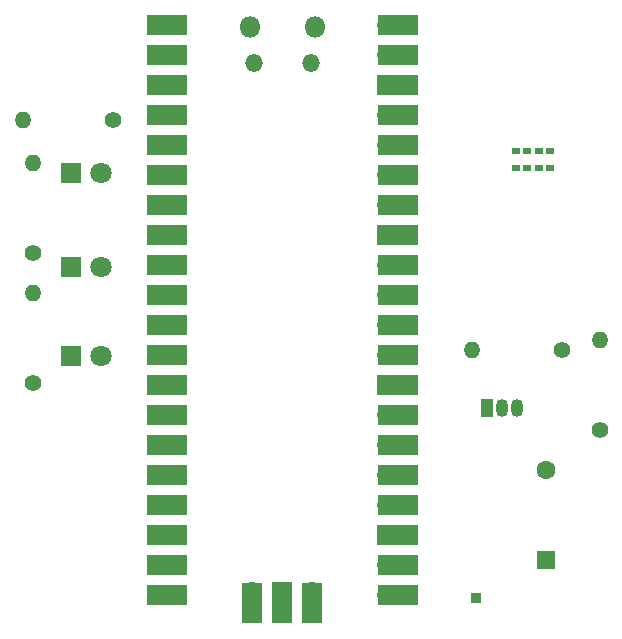
<source format=gbr>
%TF.GenerationSoftware,KiCad,Pcbnew,8.0.0*%
%TF.CreationDate,2024-04-01T00:39:21-03:00*%
%TF.ProjectId,ponderada_sem_6,706f6e64-6572-4616-9461-5f73656d5f36,rev?*%
%TF.SameCoordinates,Original*%
%TF.FileFunction,Soldermask,Top*%
%TF.FilePolarity,Negative*%
%FSLAX46Y46*%
G04 Gerber Fmt 4.6, Leading zero omitted, Abs format (unit mm)*
G04 Created by KiCad (PCBNEW 8.0.0) date 2024-04-01 00:39:21*
%MOMM*%
%LPD*%
G01*
G04 APERTURE LIST*
%ADD10R,1.050000X1.500000*%
%ADD11O,1.050000X1.500000*%
%ADD12R,0.720000X0.600000*%
%ADD13R,1.600000X1.600000*%
%ADD14C,1.600000*%
%ADD15O,1.800000X1.800000*%
%ADD16O,1.500000X1.500000*%
%ADD17O,1.700000X1.700000*%
%ADD18R,3.500000X1.700000*%
%ADD19R,1.700000X1.700000*%
%ADD20R,1.700000X3.500000*%
%ADD21R,0.850000X0.850000*%
%ADD22R,1.800000X1.800000*%
%ADD23C,1.800000*%
%ADD24C,1.400000*%
%ADD25O,1.400000X1.400000*%
G04 APERTURE END LIST*
D10*
%TO.C,T1*%
X90460000Y-78375000D03*
D11*
X91730000Y-78375000D03*
X93000000Y-78375000D03*
%TD*%
D12*
%TO.C,RGB_Sensor1*%
X95832500Y-58077500D03*
X94862500Y-58077500D03*
X93892500Y-58077500D03*
X92922500Y-58077500D03*
X92922500Y-56677500D03*
X93892500Y-56677500D03*
X94862500Y-56677500D03*
X95832500Y-56677500D03*
%TD*%
D13*
%TO.C,BZ1*%
X95500000Y-91300000D03*
D14*
X95500000Y-83700000D03*
%TD*%
D15*
%TO.C,U1*%
X70420000Y-46135000D03*
D16*
X70720000Y-49165000D03*
X75570000Y-49165000D03*
D15*
X75870000Y-46135000D03*
D17*
X64255000Y-46005000D03*
D18*
X63355000Y-46005000D03*
D17*
X64255000Y-48545000D03*
D18*
X63355000Y-48545000D03*
D19*
X64255000Y-51085000D03*
D18*
X63355000Y-51085000D03*
D17*
X64255000Y-53625000D03*
D18*
X63355000Y-53625000D03*
D17*
X64255000Y-56165000D03*
D18*
X63355000Y-56165000D03*
D17*
X64255000Y-58705000D03*
D18*
X63355000Y-58705000D03*
D17*
X64255000Y-61245000D03*
D18*
X63355000Y-61245000D03*
D19*
X64255000Y-63785000D03*
D18*
X63355000Y-63785000D03*
D17*
X64255000Y-66325000D03*
D18*
X63355000Y-66325000D03*
D17*
X64255000Y-68865000D03*
D18*
X63355000Y-68865000D03*
D17*
X64255000Y-71405000D03*
D18*
X63355000Y-71405000D03*
D17*
X64255000Y-73945000D03*
D18*
X63355000Y-73945000D03*
D19*
X64255000Y-76485000D03*
D18*
X63355000Y-76485000D03*
D17*
X64255000Y-79025000D03*
D18*
X63355000Y-79025000D03*
D17*
X64255000Y-81565000D03*
D18*
X63355000Y-81565000D03*
D17*
X64255000Y-84105000D03*
D18*
X63355000Y-84105000D03*
D17*
X64255000Y-86645000D03*
D18*
X63355000Y-86645000D03*
D19*
X64255000Y-89185000D03*
D18*
X63355000Y-89185000D03*
D17*
X64255000Y-91725000D03*
D18*
X63355000Y-91725000D03*
D17*
X64255000Y-94265000D03*
D18*
X63355000Y-94265000D03*
D17*
X82035000Y-94265000D03*
D18*
X82935000Y-94265000D03*
D17*
X82035000Y-91725000D03*
D18*
X82935000Y-91725000D03*
D19*
X82035000Y-89185000D03*
D18*
X82935000Y-89185000D03*
D17*
X82035000Y-86645000D03*
D18*
X82935000Y-86645000D03*
D17*
X82035000Y-84105000D03*
D18*
X82935000Y-84105000D03*
D17*
X82035000Y-81565000D03*
D18*
X82935000Y-81565000D03*
D17*
X82035000Y-79025000D03*
D18*
X82935000Y-79025000D03*
D19*
X82035000Y-76485000D03*
D18*
X82935000Y-76485000D03*
D17*
X82035000Y-73945000D03*
D18*
X82935000Y-73945000D03*
D17*
X82035000Y-71405000D03*
D18*
X82935000Y-71405000D03*
D17*
X82035000Y-68865000D03*
D18*
X82935000Y-68865000D03*
D17*
X82035000Y-66325000D03*
D18*
X82935000Y-66325000D03*
D19*
X82035000Y-63785000D03*
D18*
X82935000Y-63785000D03*
D17*
X82035000Y-61245000D03*
D18*
X82935000Y-61245000D03*
D17*
X82035000Y-58705000D03*
D18*
X82935000Y-58705000D03*
D17*
X82035000Y-56165000D03*
D18*
X82935000Y-56165000D03*
D17*
X82035000Y-53625000D03*
D18*
X82935000Y-53625000D03*
D19*
X82035000Y-51085000D03*
D18*
X82935000Y-51085000D03*
D17*
X82035000Y-48545000D03*
D18*
X82935000Y-48545000D03*
D17*
X82035000Y-46005000D03*
D18*
X82935000Y-46005000D03*
D17*
X70605000Y-94035000D03*
D20*
X70605000Y-94935000D03*
D19*
X73145000Y-94035000D03*
D20*
X73145000Y-94935000D03*
D17*
X75685000Y-94035000D03*
D20*
X75685000Y-94935000D03*
%TD*%
D21*
%TO.C,J1*%
X89500000Y-94500000D03*
%TD*%
D22*
%TO.C,D3*%
X55225000Y-74000000D03*
D23*
X57765000Y-74000000D03*
%TD*%
D22*
%TO.C,D2*%
X55225000Y-66500000D03*
D23*
X57765000Y-66500000D03*
%TD*%
D22*
%TO.C,D1*%
X55225000Y-58500000D03*
D23*
X57765000Y-58500000D03*
%TD*%
D24*
%TO.C,R4*%
X96810000Y-73500000D03*
D25*
X89190000Y-73500000D03*
%TD*%
D24*
%TO.C,R5*%
X100000000Y-80310000D03*
D25*
X100000000Y-72690000D03*
%TD*%
D24*
%TO.C,R1*%
X52000000Y-76310000D03*
D25*
X52000000Y-68690000D03*
%TD*%
D24*
%TO.C,R2*%
X52000000Y-65310000D03*
D25*
X52000000Y-57690000D03*
%TD*%
D24*
%TO.C,R3*%
X58810000Y-54000000D03*
D25*
X51190000Y-54000000D03*
%TD*%
M02*

</source>
